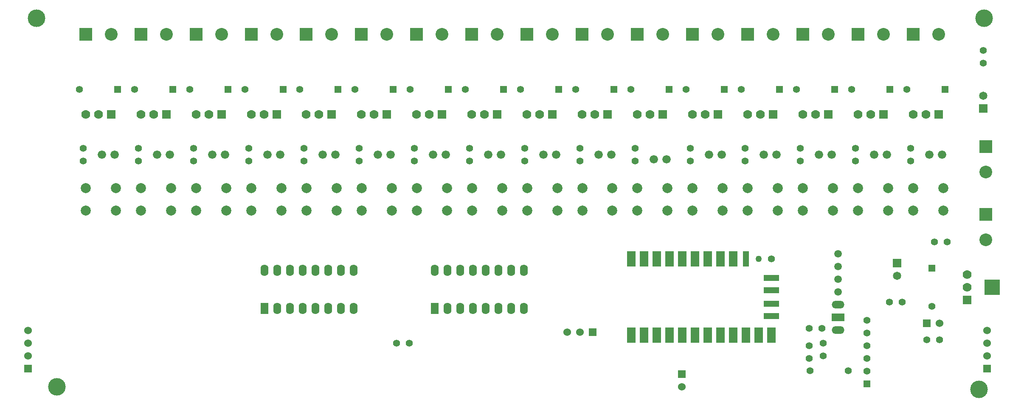
<source format=gbs>
G04 (created by PCBNEW (2013-07-07 BZR 4022)-stable) date 08/05/2015 11:09:30*
%MOIN*%
G04 Gerber Fmt 3.4, Leading zero omitted, Abs format*
%FSLAX34Y34*%
G01*
G70*
G90*
G04 APERTURE LIST*
%ADD10C,0.00590551*%
%ADD11C,0.0787402*%
%ADD12C,0.055*%
%ADD13R,0.06X0.06*%
%ADD14C,0.06*%
%ADD15C,0.066*%
%ADD16R,0.062X0.09*%
%ADD17O,0.062X0.09*%
%ADD18R,0.055X0.055*%
%ADD19R,0.065X0.065*%
%ADD20C,0.065*%
%ADD21R,0.1X0.1*%
%ADD22C,0.1*%
%ADD23C,0.07*%
%ADD24R,0.07X0.07*%
%ADD25R,0.12X0.12*%
%ADD26R,0.067X0.12*%
%ADD27R,0.12X0.05*%
%ADD28C,0.05*%
%ADD29R,0.05X0.12*%
%ADD30O,0.1X0.0590551*%
%ADD31R,0.1X0.0590551*%
%ADD32C,0.0590551*%
%ADD33C,0.137795*%
G04 APERTURE END LIST*
G54D10*
G54D11*
X67125Y-45964D03*
X69488Y-45964D03*
X67125Y-47736D03*
X69488Y-47736D03*
X54133Y-45964D03*
X56496Y-45964D03*
X54133Y-47736D03*
X56496Y-47736D03*
X71456Y-45964D03*
X73818Y-45964D03*
X71456Y-47736D03*
X73818Y-47736D03*
X88779Y-45964D03*
X91141Y-45964D03*
X88779Y-47736D03*
X91141Y-47736D03*
X62795Y-45964D03*
X65157Y-45964D03*
X62795Y-47736D03*
X65157Y-47736D03*
X84448Y-45964D03*
X86811Y-45964D03*
X84448Y-47736D03*
X86811Y-47736D03*
X58464Y-45964D03*
X60826Y-45964D03*
X58464Y-47736D03*
X60826Y-47736D03*
X75787Y-45964D03*
X78149Y-45964D03*
X75787Y-47736D03*
X78149Y-47736D03*
X93110Y-45964D03*
X95472Y-45964D03*
X93110Y-47736D03*
X95472Y-47736D03*
X80118Y-45964D03*
X82480Y-45964D03*
X80118Y-47736D03*
X82480Y-47736D03*
X106102Y-45964D03*
X108464Y-45964D03*
X106102Y-47736D03*
X108464Y-47736D03*
X49803Y-45964D03*
X52165Y-45964D03*
X49803Y-47736D03*
X52165Y-47736D03*
X101771Y-45964D03*
X104133Y-45964D03*
X101771Y-47736D03*
X104133Y-47736D03*
X97440Y-45964D03*
X99803Y-45964D03*
X97440Y-47736D03*
X99803Y-47736D03*
X45472Y-45964D03*
X47834Y-45964D03*
X45472Y-47736D03*
X47834Y-47736D03*
X110433Y-45964D03*
X112795Y-45964D03*
X110433Y-47736D03*
X112795Y-47736D03*
G54D12*
X102338Y-60334D03*
X105338Y-60334D03*
X110236Y-43807D03*
X110236Y-42807D03*
X84251Y-43807D03*
X84251Y-42807D03*
X66929Y-43807D03*
X66929Y-42807D03*
X105905Y-43807D03*
X105905Y-42807D03*
X71259Y-43807D03*
X71259Y-42807D03*
X92913Y-43807D03*
X92913Y-42807D03*
X102255Y-56988D03*
X103255Y-56988D03*
X75590Y-43807D03*
X75590Y-42807D03*
X102263Y-58358D03*
X102263Y-59358D03*
X79921Y-43807D03*
X79921Y-42807D03*
X103346Y-59161D03*
X103346Y-58161D03*
X88582Y-43807D03*
X88582Y-42807D03*
X49606Y-43807D03*
X49606Y-42807D03*
X45275Y-43807D03*
X45275Y-42807D03*
X53937Y-43807D03*
X53937Y-42807D03*
X101574Y-43807D03*
X101574Y-42807D03*
X58267Y-43807D03*
X58267Y-42807D03*
X97244Y-43807D03*
X97244Y-42807D03*
X62598Y-43807D03*
X62598Y-42807D03*
G54D13*
X111507Y-56594D03*
G54D14*
X112507Y-56594D03*
G54D15*
X85720Y-43307D03*
X86720Y-43307D03*
X107374Y-43307D03*
X108374Y-43307D03*
X111704Y-43307D03*
X112704Y-43307D03*
X98712Y-43307D03*
X99712Y-43307D03*
X90051Y-43700D03*
X91051Y-43700D03*
X77059Y-43307D03*
X78059Y-43307D03*
X94381Y-43307D03*
X95381Y-43307D03*
X103043Y-43307D03*
X104043Y-43307D03*
X81389Y-43307D03*
X82389Y-43307D03*
X46744Y-43307D03*
X47744Y-43307D03*
X72728Y-43307D03*
X73728Y-43307D03*
X51074Y-43307D03*
X52074Y-43307D03*
X68397Y-43307D03*
X69397Y-43307D03*
X55405Y-43307D03*
X56405Y-43307D03*
X59736Y-43307D03*
X60736Y-43307D03*
X64066Y-43307D03*
X65066Y-43307D03*
G54D16*
X72877Y-55437D03*
G54D17*
X73877Y-55437D03*
X74877Y-55437D03*
X75877Y-55437D03*
X76877Y-55437D03*
X77877Y-55437D03*
X78877Y-55437D03*
X79877Y-55437D03*
X79877Y-52437D03*
X78877Y-52437D03*
X77877Y-52437D03*
X76877Y-52437D03*
X75877Y-52437D03*
X74877Y-52437D03*
X73877Y-52437D03*
X72877Y-52437D03*
G54D16*
X59492Y-55437D03*
G54D17*
X60492Y-55437D03*
X61492Y-55437D03*
X62492Y-55437D03*
X63492Y-55437D03*
X64492Y-55437D03*
X65492Y-55437D03*
X66492Y-55437D03*
X66492Y-52437D03*
X65492Y-52437D03*
X64492Y-52437D03*
X63492Y-52437D03*
X62492Y-52437D03*
X61492Y-52437D03*
X60492Y-52437D03*
X59492Y-52437D03*
G54D18*
X86933Y-38188D03*
G54D12*
X83933Y-38188D03*
G54D18*
X82602Y-38188D03*
G54D12*
X79602Y-38188D03*
G54D18*
X78271Y-38188D03*
G54D12*
X75271Y-38188D03*
G54D18*
X108586Y-38188D03*
G54D12*
X105586Y-38188D03*
G54D18*
X111909Y-52240D03*
G54D12*
X111909Y-55240D03*
G54D18*
X104255Y-38188D03*
G54D12*
X101255Y-38188D03*
G54D18*
X112917Y-38188D03*
G54D12*
X109917Y-38188D03*
G54D18*
X65279Y-38188D03*
G54D12*
X62279Y-38188D03*
G54D18*
X47956Y-38188D03*
G54D12*
X44956Y-38188D03*
G54D18*
X99925Y-38188D03*
G54D12*
X96925Y-38188D03*
G54D18*
X52287Y-38188D03*
G54D12*
X49287Y-38188D03*
G54D18*
X73940Y-38188D03*
G54D12*
X70940Y-38188D03*
G54D18*
X56618Y-38188D03*
G54D12*
X53618Y-38188D03*
G54D18*
X69610Y-38188D03*
G54D12*
X66610Y-38188D03*
G54D18*
X95594Y-38188D03*
G54D12*
X92594Y-38188D03*
G54D18*
X60948Y-38188D03*
G54D12*
X57948Y-38188D03*
G54D18*
X91263Y-38188D03*
G54D12*
X88263Y-38188D03*
G54D19*
X109153Y-51862D03*
G54D20*
X109153Y-52862D03*
G54D19*
X115944Y-39673D03*
G54D20*
X115944Y-38673D03*
G54D12*
X113098Y-50196D03*
X112098Y-50196D03*
X112507Y-57874D03*
X111507Y-57874D03*
X70874Y-58169D03*
X69874Y-58169D03*
X109555Y-54921D03*
X108555Y-54921D03*
X115944Y-36129D03*
X115944Y-35129D03*
G54D18*
X106791Y-61358D03*
G54D12*
X106791Y-60358D03*
X106791Y-59358D03*
X106791Y-58358D03*
X106791Y-57358D03*
X106791Y-56358D03*
G54D21*
X110417Y-33858D03*
G54D22*
X112417Y-33858D03*
G54D21*
X106086Y-33858D03*
G54D22*
X108086Y-33858D03*
G54D21*
X101755Y-33858D03*
G54D22*
X103755Y-33858D03*
G54D21*
X97425Y-33858D03*
G54D22*
X99425Y-33858D03*
G54D21*
X93094Y-33858D03*
G54D22*
X95094Y-33858D03*
G54D21*
X88763Y-33858D03*
G54D22*
X90763Y-33858D03*
G54D21*
X84433Y-33858D03*
G54D22*
X86433Y-33858D03*
G54D21*
X80102Y-33858D03*
G54D22*
X82102Y-33858D03*
G54D21*
X75771Y-33858D03*
G54D22*
X77771Y-33858D03*
G54D21*
X71440Y-33858D03*
G54D22*
X73440Y-33858D03*
G54D21*
X67110Y-33858D03*
G54D22*
X69110Y-33858D03*
G54D21*
X62779Y-33858D03*
G54D22*
X64779Y-33858D03*
G54D21*
X58448Y-33858D03*
G54D22*
X60448Y-33858D03*
G54D21*
X54118Y-33858D03*
G54D22*
X56118Y-33858D03*
G54D21*
X49787Y-33858D03*
G54D22*
X51787Y-33858D03*
G54D21*
X45456Y-33858D03*
G54D22*
X47456Y-33858D03*
G54D21*
X116141Y-48015D03*
G54D22*
X116141Y-50015D03*
G54D21*
X116141Y-42700D03*
G54D22*
X116141Y-44700D03*
G54D23*
X88763Y-40157D03*
X89763Y-40157D03*
G54D24*
X90763Y-40157D03*
G54D23*
X54118Y-40157D03*
X55118Y-40157D03*
G54D24*
X56118Y-40157D03*
G54D23*
X97425Y-40157D03*
X98425Y-40157D03*
G54D24*
X99425Y-40157D03*
G54D23*
X49787Y-40157D03*
X50787Y-40157D03*
G54D24*
X51787Y-40157D03*
G54D23*
X58448Y-40157D03*
X59448Y-40157D03*
G54D24*
X60448Y-40157D03*
G54D23*
X93094Y-40157D03*
X94094Y-40157D03*
G54D24*
X95094Y-40157D03*
G54D23*
X45456Y-40157D03*
X46456Y-40157D03*
G54D24*
X47456Y-40157D03*
G54D23*
X62779Y-40157D03*
X63779Y-40157D03*
G54D24*
X64779Y-40157D03*
G54D23*
X101755Y-40157D03*
X102755Y-40157D03*
G54D24*
X103755Y-40157D03*
G54D23*
X67110Y-40157D03*
X68110Y-40157D03*
G54D24*
X69110Y-40157D03*
G54D23*
X106086Y-40157D03*
X107086Y-40157D03*
G54D24*
X108086Y-40157D03*
G54D23*
X71440Y-40157D03*
X72440Y-40157D03*
G54D24*
X73440Y-40157D03*
G54D23*
X110417Y-40157D03*
X111417Y-40157D03*
G54D24*
X112417Y-40157D03*
G54D23*
X75771Y-40157D03*
X76771Y-40157D03*
G54D24*
X77771Y-40157D03*
G54D23*
X84433Y-40157D03*
X85433Y-40157D03*
G54D24*
X86433Y-40157D03*
G54D23*
X80102Y-40157D03*
X81102Y-40157D03*
G54D24*
X82102Y-40157D03*
G54D23*
X114665Y-52740D03*
X114665Y-53740D03*
G54D24*
X114665Y-54740D03*
G54D25*
X116633Y-53740D03*
G54D26*
X88283Y-57527D03*
X89283Y-57527D03*
X90283Y-57527D03*
X91283Y-57527D03*
X92283Y-57527D03*
X93283Y-57527D03*
X94283Y-57527D03*
X95283Y-57527D03*
X96283Y-57527D03*
X97283Y-57527D03*
X98283Y-57527D03*
X99283Y-57527D03*
G54D27*
X99311Y-56035D03*
X99311Y-55051D03*
X99311Y-54003D03*
X99311Y-53019D03*
G54D12*
X99283Y-51527D03*
G54D28*
X98283Y-51527D03*
G54D29*
X97283Y-51527D03*
G54D26*
X96283Y-51527D03*
X95283Y-51527D03*
X94283Y-51527D03*
X93283Y-51527D03*
X92283Y-51527D03*
X91283Y-51527D03*
X90283Y-51527D03*
X89283Y-51527D03*
X88283Y-51527D03*
G54D13*
X116240Y-60161D03*
G54D14*
X116240Y-59161D03*
X116240Y-58161D03*
X116240Y-57161D03*
G54D13*
X40944Y-60161D03*
G54D14*
X40944Y-59161D03*
X40944Y-58161D03*
X40944Y-57161D03*
G54D13*
X92273Y-60572D03*
G54D14*
X92273Y-61572D03*
G54D30*
X104527Y-57133D03*
G54D31*
X104527Y-56133D03*
G54D30*
X104527Y-55133D03*
G54D32*
X104527Y-54133D03*
X104527Y-53133D03*
X104527Y-52133D03*
X104527Y-51133D03*
G54D13*
X85251Y-57283D03*
G54D14*
X84251Y-57283D03*
X83251Y-57283D03*
G54D33*
X43200Y-61600D03*
X41600Y-32600D03*
X116000Y-32600D03*
X115600Y-61800D03*
M02*

</source>
